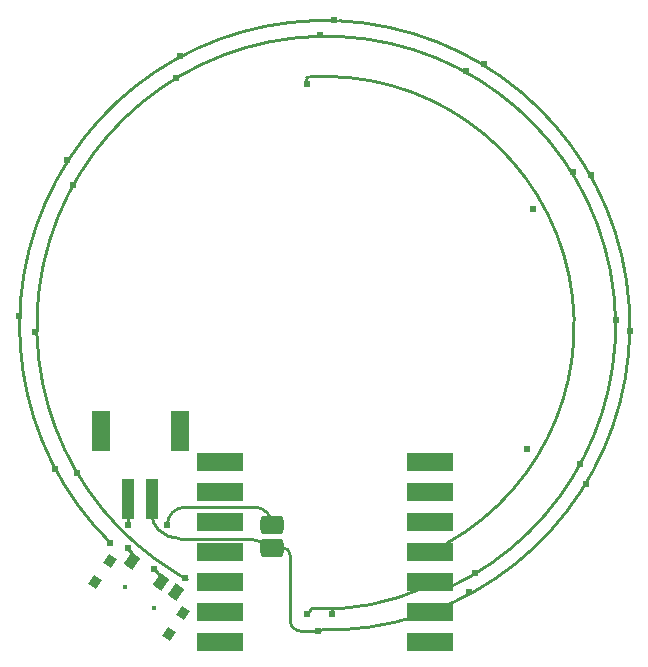
<source format=gbl>
G04*
G04 #@! TF.GenerationSoftware,Altium Limited,Altium Designer,21.8.1 (53)*
G04*
G04 Layer_Physical_Order=2*
G04 Layer_Color=16711680*
%FSLAX25Y25*%
%MOIN*%
G70*
G04*
G04 #@! TF.SameCoordinates,BB14BC4D-F75F-4C2B-B3D6-E291CF296C5C*
G04*
G04*
G04 #@! TF.FilePolarity,Positive*
G04*
G01*
G75*
%ADD11C,0.01000*%
%ADD74C,0.01000*%
%ADD75C,0.01772*%
G04:AMPARAMS|DCode=76|XSize=78.74mil|YSize=62.99mil|CornerRadius=15.75mil|HoleSize=0mil|Usage=FLASHONLY|Rotation=0.000|XOffset=0mil|YOffset=0mil|HoleType=Round|Shape=RoundedRectangle|*
%AMROUNDEDRECTD76*
21,1,0.07874,0.03150,0,0,0.0*
21,1,0.04724,0.06299,0,0,0.0*
1,1,0.03150,0.02362,-0.01575*
1,1,0.03150,-0.02362,-0.01575*
1,1,0.03150,-0.02362,0.01575*
1,1,0.03150,0.02362,0.01575*
%
%ADD76ROUNDEDRECTD76*%
%ADD77C,0.02400*%
G04:AMPARAMS|DCode=78|XSize=47.24mil|YSize=35.43mil|CornerRadius=0mil|HoleSize=0mil|Usage=FLASHONLY|Rotation=55.000|XOffset=0mil|YOffset=0mil|HoleType=Round|Shape=Rectangle|*
%AMROTATEDRECTD78*
4,1,4,0.00096,-0.02951,-0.02806,-0.00919,-0.00096,0.02951,0.02806,0.00919,0.00096,-0.02951,0.0*
%
%ADD78ROTATEDRECTD78*%

G04:AMPARAMS|DCode=79|XSize=35.43mil|YSize=31.5mil|CornerRadius=0mil|HoleSize=0mil|Usage=FLASHONLY|Rotation=55.000|XOffset=0mil|YOffset=0mil|HoleType=Round|Shape=Rectangle|*
%AMROTATEDRECTD79*
4,1,4,0.00274,-0.02355,-0.02306,-0.00548,-0.00274,0.02355,0.02306,0.00548,0.00274,-0.02355,0.0*
%
%ADD79ROTATEDRECTD79*%

%ADD80R,0.03937X0.13780*%
%ADD81R,0.05906X0.13386*%
%ADD82R,0.15748X0.06000*%
D11*
X408405Y50055D02*
G03*
X446904Y57473I3948J83127D01*
G01*
X447032Y57601D02*
G03*
X447034Y57602I-707J707D01*
G01*
X447041Y57851D02*
G03*
X447048Y57860I-761J649D01*
G01*
X454520Y57200D02*
G03*
X363363Y62097I-41020J87300D01*
G01*
X395505Y78000D02*
G03*
X389505Y84000I-6000J0D01*
G01*
X366500D02*
G03*
X360500Y78000I0J-6000D01*
G01*
X358436Y59127D02*
G03*
X357042Y62494I-4761J0D01*
G01*
X355437Y81480D02*
G03*
X357500Y76500I7044J0D01*
G01*
X357571Y76429D02*
G03*
X364642Y73500I7071J7071D01*
G01*
X403862Y42879D02*
G03*
X404614Y42786I753J3022D01*
G01*
X401500Y45901D02*
G03*
X403862Y42879I3114J0D01*
G01*
X401500Y68000D02*
G03*
X399000Y70500I-2500J0D01*
G01*
X453646Y71902D02*
G03*
X407253Y227354I-40624J72525D01*
G01*
X406987Y227088D02*
G03*
X406986Y227087I707J-707D01*
G01*
X448000Y49000D02*
G03*
X341580Y72081I-35000J95500D01*
G01*
X410718Y43018D02*
G03*
X444696Y47892I2782J101482D01*
G01*
X415500Y48431D02*
Y50000D01*
X415495Y48426D02*
X415500Y48431D01*
X407159Y48212D02*
X408091Y49591D01*
X446904Y57473D02*
X447032Y57601D01*
X447034Y57602D02*
X447100Y57669D01*
X408091Y49591D02*
X408405Y50055D01*
X447172Y57776D02*
X448000Y59000D01*
X447100Y57669D02*
X447154Y57748D01*
X447172Y57776D01*
X447048Y57860D02*
X448000Y59000D01*
X446855Y57660D02*
X446988Y57793D01*
X446988Y57793D02*
X447020Y57825D01*
X447041Y57851D01*
X348761Y68464D02*
Y68859D01*
Y68464D02*
X348872Y68353D01*
X347500Y70121D02*
X348761Y68859D01*
X347500Y70121D02*
Y70500D01*
X348872Y66013D02*
Y68353D01*
X348761Y65902D02*
X348872Y66013D01*
X363363Y62097D02*
X366412Y60339D01*
X363363Y62097D02*
X363363Y62097D01*
X366412Y60339D02*
X367000Y60000D01*
X347500Y78000D02*
Y86642D01*
X347563Y86705D01*
X366500Y84000D02*
X389505D01*
X356219Y63318D02*
X357042Y62494D01*
X355437Y81480D02*
Y86705D01*
X357500Y76500D02*
X357571Y76429D01*
X364642Y73500D02*
X388500D01*
X401500Y45901D02*
Y68000D01*
X404614Y42786D02*
X407739Y42638D01*
X395500Y70500D02*
X399000D01*
X390185Y72982D02*
X393138Y72075D01*
X388500Y73500D02*
X390185Y72982D01*
X393138Y72075D02*
X395500Y70500D01*
X406987Y227088D02*
X407253Y227354D01*
X406694Y226381D02*
X406694Y226796D01*
X406986Y227087D01*
X453450Y71500D02*
Y71707D01*
X453646Y71902D01*
X447994Y69014D02*
X453450Y71500D01*
X406694Y226381D02*
X406694Y226266D01*
X406989Y225007D01*
X407739Y42638D02*
X410711Y42767D01*
D74*
X446988Y57793D02*
D03*
X406694Y226381D02*
D03*
D75*
X356000Y50500D02*
D03*
X346325Y57275D02*
D03*
D76*
X395505Y78000D02*
D03*
X395500Y70500D02*
D03*
D77*
X347500Y70500D02*
D03*
X347500Y78000D02*
D03*
X360500D02*
D03*
X356219Y63318D02*
D03*
X341500Y72000D02*
D03*
X482418Y183415D02*
D03*
X407000Y225000D02*
D03*
X500116Y91568D02*
D03*
X415495Y48426D02*
D03*
X407159Y48212D02*
D03*
X410711Y42767D02*
D03*
X480414Y103312D02*
D03*
X364618Y234327D02*
D03*
X363500Y227000D02*
D03*
X327116Y199568D02*
D03*
X329000Y191500D02*
D03*
X311116Y147568D02*
D03*
X316500Y142500D02*
D03*
X323116Y96568D02*
D03*
X330500Y95500D02*
D03*
X366420Y60353D02*
D03*
X461116Y55568D02*
D03*
X463000Y62000D02*
D03*
X498000Y98500D02*
D03*
X514616Y142568D02*
D03*
X510000Y146500D02*
D03*
X501616Y194568D02*
D03*
X495616Y195568D02*
D03*
X466116Y231568D02*
D03*
X460000Y229500D02*
D03*
X411500Y241500D02*
D03*
X416000Y246500D02*
D03*
D78*
X348761Y65902D02*
D03*
X358436Y59127D02*
D03*
X363274Y55740D02*
D03*
D79*
X365901Y48854D02*
D03*
X341391Y66016D02*
D03*
X336423Y58921D02*
D03*
X360933Y41759D02*
D03*
D80*
X347563Y86705D02*
D03*
X355437D02*
D03*
D81*
X338311Y109343D02*
D03*
X364689D02*
D03*
D82*
X448000Y59000D02*
D03*
Y39000D02*
D03*
Y49000D02*
D03*
Y89000D02*
D03*
Y79000D02*
D03*
Y69000D02*
D03*
Y99000D02*
D03*
X378000D02*
D03*
Y69000D02*
D03*
Y79000D02*
D03*
Y89000D02*
D03*
Y59000D02*
D03*
Y49000D02*
D03*
Y39000D02*
D03*
M02*

</source>
